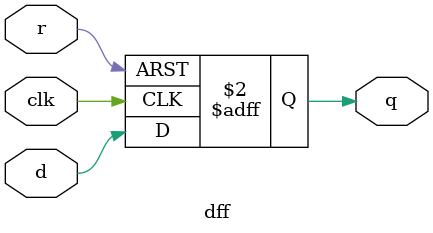
<source format=v>
module dff(clk,r,d,q);
    parameter WIDTH=1;
	input wire clk,r;
	input wire[WIDTH-1:0] d;
	output reg[WIDTH-1:0] q;
	
	always @(posedge clk or posedge r)
	    begin
		    case(r)
			1'b1 : q<=0;
			1'b0 : q<=d[WIDTH-1:0];
			endcase
		end
endmodule
</source>
